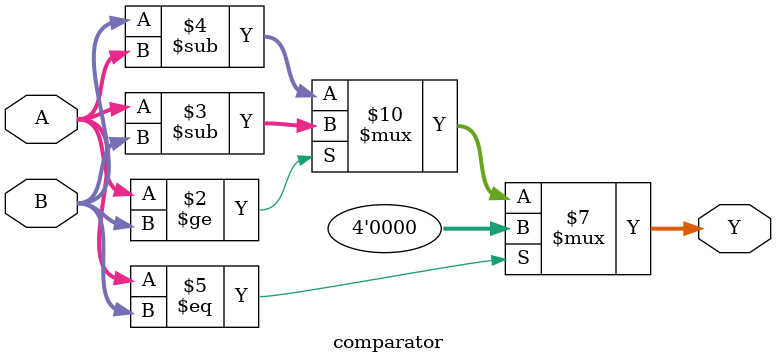
<source format=v>
module comparator(
  input [3:0] A,
  input [3:0] B,
  output reg [3:0] Y
);

  always @(*) begin
    if (A >= B) begin
      Y = A - B;
    end
    else begin
      Y = B - A;
    end
    if (A == B) begin
      Y = 0;
    end
  end

endmodule
</source>
